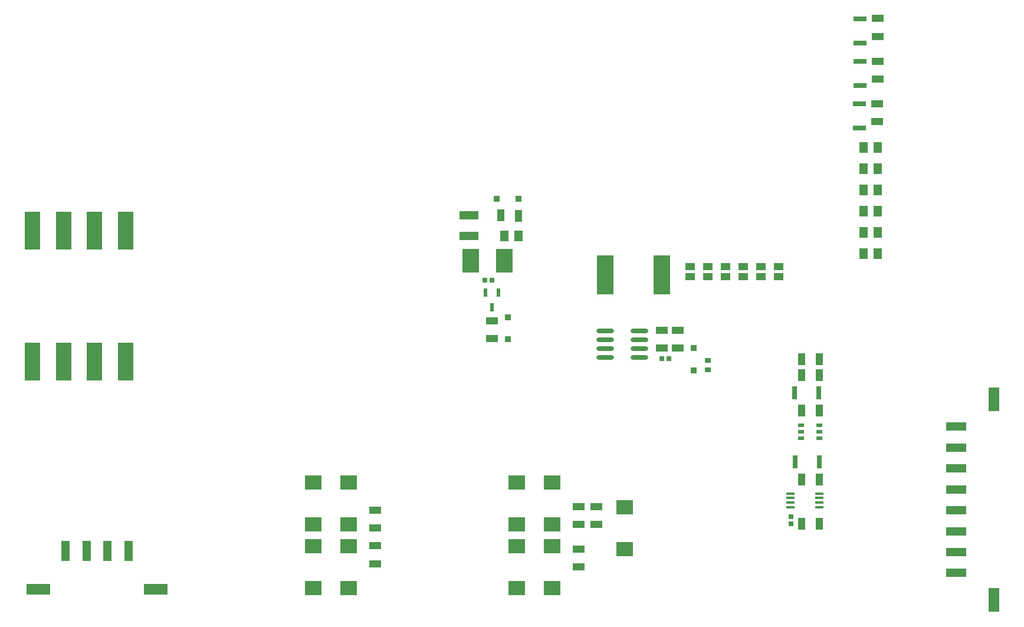
<source format=gtp>
G04*
G04 #@! TF.GenerationSoftware,Altium Limited,Altium Designer,24.10.1 (45)*
G04*
G04 Layer_Color=8421504*
%FSLAX44Y44*%
%MOMM*%
G71*
G04*
G04 #@! TF.SameCoordinates,05503BBC-DAE6-461F-9388-7E2EE6D9866D*
G04*
G04*
G04 #@! TF.FilePolarity,Positive*
G04*
G01*
G75*
%ADD22R,1.2500X1.5500*%
%ADD23R,3.4300X1.6500*%
%ADD24R,1.2700X2.9200*%
%ADD25R,1.3562X1.0546*%
%ADD26R,2.9200X1.2700*%
%ADD27R,1.6500X3.4300*%
%ADD28R,1.1055X1.6582*%
%ADD29R,2.7000X1.2000*%
%ADD30R,0.5588X1.2192*%
%ADD31R,0.6500X0.6500*%
%ADD32R,1.6582X1.1055*%
%ADD33R,0.9500X0.9000*%
%ADD34R,0.8121X0.6587*%
%ADD35R,0.6500X0.6500*%
%ADD36R,1.9062X0.7562*%
%ADD37R,2.3300X1.9900*%
%ADD38R,2.4892X5.5880*%
%ADD39R,0.7562X1.9062*%
%ADD40R,0.9000X0.9500*%
%ADD41R,2.3022X5.4031*%
%ADD42R,2.4600X3.4200*%
%ADD43O,2.5000X0.7000*%
%ADD44R,0.8763X0.5080*%
%ADD45R,1.2565X0.4180*%
G04:AMPARAMS|DCode=46|XSize=1.2565mm|YSize=0.418mm|CornerRadius=0.209mm|HoleSize=0mm|Usage=FLASHONLY|Rotation=180.000|XOffset=0mm|YOffset=0mm|HoleType=Round|Shape=RoundedRectangle|*
%AMROUNDEDRECTD46*
21,1,1.2565,0.0000,0,0,180.0*
21,1,0.8385,0.4180,0,0,180.0*
1,1,0.4180,-0.4193,0.0000*
1,1,0.4180,0.4193,0.0000*
1,1,0.4180,0.4193,0.0000*
1,1,0.4180,-0.4193,0.0000*
%
%ADD46ROUNDEDRECTD46*%
D22*
X1752690Y850900D02*
D03*
X1732190D02*
D03*
X1732100Y911860D02*
D03*
X1752600D02*
D03*
X1732190Y881380D02*
D03*
X1752690D02*
D03*
X1732110Y942340D02*
D03*
X1752610D02*
D03*
X1732190Y820420D02*
D03*
X1752690D02*
D03*
X1732190Y789940D02*
D03*
X1752690D02*
D03*
X1216480Y815340D02*
D03*
X1236980D02*
D03*
D23*
X547997Y308464D02*
D03*
X715897D02*
D03*
D24*
X646947Y363164D02*
D03*
X676947D02*
D03*
X616947D02*
D03*
X586947D02*
D03*
D25*
X1584548Y771798D02*
D03*
Y757282D02*
D03*
X1533748Y771436D02*
D03*
Y756920D02*
D03*
X1559148Y771436D02*
D03*
Y756920D02*
D03*
X1483360Y771774D02*
D03*
Y757259D02*
D03*
X1609948Y771798D02*
D03*
Y757282D02*
D03*
X1508348Y771798D02*
D03*
Y757282D02*
D03*
D26*
X1864760Y331880D02*
D03*
Y361880D02*
D03*
Y421880D02*
D03*
Y481880D02*
D03*
Y541880D02*
D03*
Y511880D02*
D03*
Y451880D02*
D03*
Y391880D02*
D03*
D27*
X1919460Y580830D02*
D03*
Y292930D02*
D03*
D28*
X1236980Y844804D02*
D03*
X1211453Y845058D02*
D03*
X1668465Y402570D02*
D03*
X1642938D02*
D03*
X1668529Y565130D02*
D03*
X1643002D02*
D03*
X1668465Y466070D02*
D03*
X1642938D02*
D03*
X1668592Y638790D02*
D03*
X1643065D02*
D03*
X1668465Y615930D02*
D03*
X1642938D02*
D03*
D29*
X1165860Y845080D02*
D03*
Y816080D02*
D03*
D30*
X1198880Y713232D02*
D03*
X1189355Y734568D02*
D03*
X1208405D02*
D03*
D31*
X1188880Y751840D02*
D03*
X1198880D02*
D03*
X1442420Y639548D02*
D03*
X1452420D02*
D03*
D32*
X1442340Y654598D02*
D03*
Y680125D02*
D03*
X1465200Y654661D02*
D03*
Y680188D02*
D03*
X1751971Y1005303D02*
D03*
Y979776D02*
D03*
X1348740Y401320D02*
D03*
Y426847D02*
D03*
X1323340Y340297D02*
D03*
Y365824D02*
D03*
Y426847D02*
D03*
Y401320D02*
D03*
X1752680Y1127760D02*
D03*
Y1102233D02*
D03*
Y1066334D02*
D03*
Y1040807D02*
D03*
X1198880Y668020D02*
D03*
Y693547D02*
D03*
X1031240Y421767D02*
D03*
Y396240D02*
D03*
Y345313D02*
D03*
Y370840D02*
D03*
D33*
X1488042Y654451D02*
D03*
Y622951D02*
D03*
X1221740Y699010D02*
D03*
Y667510D02*
D03*
D34*
X1508362Y623461D02*
D03*
Y636996D02*
D03*
D35*
X1627825Y412570D02*
D03*
Y402570D02*
D03*
D36*
X1726571Y970803D02*
D03*
Y1005303D02*
D03*
X1727280Y1092730D02*
D03*
Y1127230D02*
D03*
Y1031770D02*
D03*
Y1066270D02*
D03*
D37*
X1234440Y461520D02*
D03*
Y401320D02*
D03*
Y309880D02*
D03*
Y370080D02*
D03*
X1285240Y309880D02*
D03*
Y370080D02*
D03*
Y461520D02*
D03*
Y401320D02*
D03*
X1389380Y366140D02*
D03*
Y426340D02*
D03*
X942340Y461520D02*
D03*
Y401320D02*
D03*
X993140Y461520D02*
D03*
Y401320D02*
D03*
X942340Y310261D02*
D03*
Y370461D02*
D03*
X993140Y310260D02*
D03*
Y370460D02*
D03*
D38*
X1442974Y759460D02*
D03*
X1361186D02*
D03*
D39*
X1633435Y590530D02*
D03*
X1667935D02*
D03*
X1633965Y491470D02*
D03*
X1668465D02*
D03*
D40*
X1236980Y868680D02*
D03*
X1205480D02*
D03*
D41*
X584200Y822960D02*
D03*
X539191D02*
D03*
X673100Y635000D02*
D03*
X628091D02*
D03*
X539191D02*
D03*
X584200D02*
D03*
X673100Y822960D02*
D03*
X628091D02*
D03*
D42*
X1216660Y779780D02*
D03*
X1168160D02*
D03*
D43*
X1410728Y641660D02*
D03*
Y654360D02*
D03*
Y667060D02*
D03*
Y679760D02*
D03*
X1361729Y641660D02*
D03*
Y654360D02*
D03*
Y667060D02*
D03*
Y679760D02*
D03*
D44*
X1668910Y525150D02*
D03*
Y534650D02*
D03*
Y544150D02*
D03*
X1642621D02*
D03*
Y534650D02*
D03*
Y525150D02*
D03*
D45*
X1668465Y426550D02*
D03*
D46*
Y433050D02*
D03*
Y439551D02*
D03*
Y446050D02*
D03*
X1627448D02*
D03*
Y439551D02*
D03*
Y433050D02*
D03*
Y426550D02*
D03*
M02*

</source>
